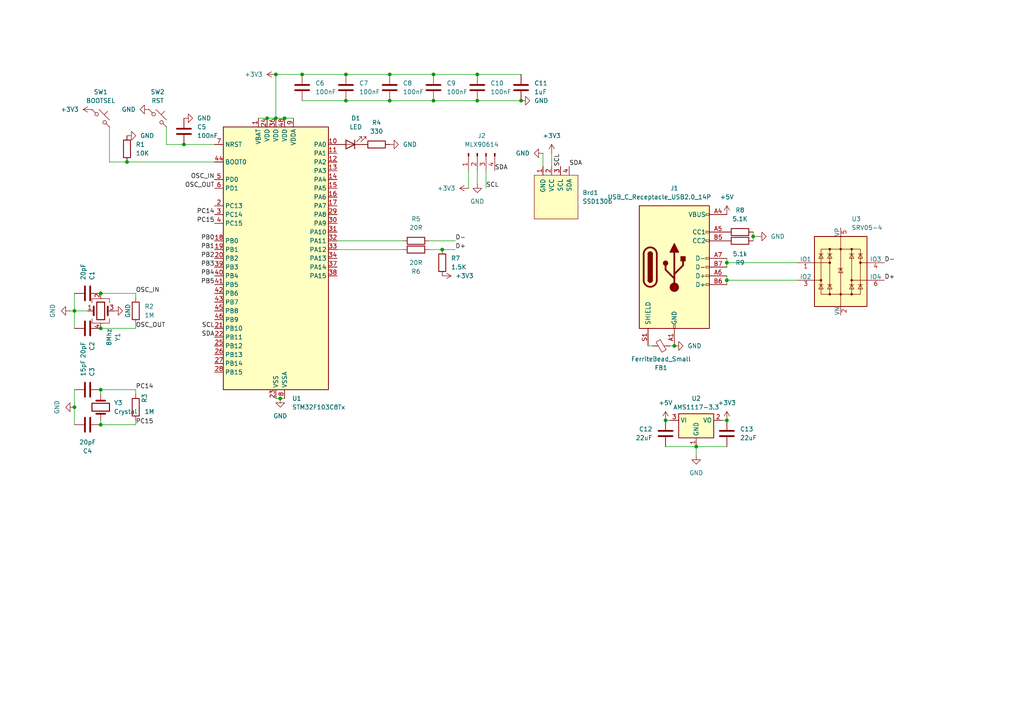
<source format=kicad_sch>
(kicad_sch (version 20250114) (generator "eeschema") (generator_version "9.0")
  (paper "A4")
  (lib_symbols
    (symbol "Connector:Conn_01x04_Pin" (pin_names (offset 1.016) (hide yes))
      (property "Reference" "J" (at 0 5.08 0))
      (property "Value" "Conn_01x04_Pin" (at 0 -7.62 0))
      (symbol "Conn_01x04_Pin_1_1"
        (rectangle (start 0.8636 2.667) (end 0 2.413) (stroke (width 0.1524)) (fill (type outline)))
        (rectangle (start 0.8636 0.127) (end 0 -0.127) (stroke (width 0.1524)) (fill (type outline)))
        (rectangle (start 0.8636 -2.413) (end 0 -2.667) (stroke (width 0.1524)) (fill (type outline)))
        (rectangle (start 0.8636 -4.953) (end 0 -5.207) (stroke (width 0.1524)) (fill (type outline)))
        (polyline (pts (xy 1.27 2.54) (xy 0.8636 2.54)) (stroke (width 0.1524)))
        (polyline (pts (xy 1.27 0) (xy 0.8636 0)) (stroke (width 0.1524)))
        (polyline (pts (xy 1.27 -2.54) (xy 0.8636 -2.54)) (stroke (width 0.1524)))
        (polyline (pts (xy 1.27 -5.08) (xy 0.8636 -5.08)) (stroke (width 0.1524)))
        (pin passive line (at 5.08 2.54 180) (length 3.81) (name "Pin_1") (number "1"))
        (pin passive line (at 5.08 0 180) (length 3.81) (name "Pin_2") (number "2"))
        (pin passive line (at 5.08 -2.54 180) (length 3.81) (name "Pin_3") (number "3"))
        (pin passive line (at 5.08 -5.08 180) (length 3.81) (name "Pin_4") (number "4"))
      )
    )
    (symbol "Connector:USB_C_Receptacle_USB2.0_14P" (pin_names (offset 1.016))
      (property "Reference" "J" (at 0 22.225 0))
      (property "Value" "USB_C_Receptacle_USB2.0_14P" (at 0 19.685 0))
      (symbol "USB_C_Receptacle_USB2.0_14P_0_0"
        (rectangle (start -0.254 -17.78) (end 0.254 -16.764))
        (rectangle (start 10.16 15.494) (end 9.144 14.986))
        (rectangle (start 10.16 10.414) (end 9.144 9.906))
        (rectangle (start 10.16 7.874) (end 9.144 7.366))
        (rectangle (start 10.16 2.794) (end 9.144 2.286))
        (rectangle (start 10.16 0.254) (end 9.144 -0.254))
        (rectangle (start 10.16 -2.286) (end 9.144 -2.794))
        (rectangle (start 10.16 -4.826) (end 9.144 -5.334))
      )
      (symbol "USB_C_Receptacle_USB2.0_14P_0_1"
        (rectangle (start -10.16 17.78) (end 10.16 -17.78) (stroke (width 0.254)) (fill (type background)))
        (polyline (pts (xy -8.89 -3.81) (xy -8.89 3.81)) (stroke (width 0.508)))
        (rectangle (start -7.62 -3.81) (end -6.35 3.81) (stroke (width 0.254)) (fill (type outline)))
        (arc (start -7.62 3.81) (mid -6.985 4.4423) (end -6.35 3.81) (stroke (width 0.254)))
        (arc (start -7.62 3.81) (mid -6.985 4.4423) (end -6.35 3.81) (stroke (width 0.254)) (fill (type outline)))
        (arc (start -8.89 3.81) (mid -6.985 5.7067) (end -5.08 3.81) (stroke (width 0.508)))
        (arc (start -5.08 -3.81) (mid -6.985 -5.7067) (end -8.89 -3.81) (stroke (width 0.508)))
        (arc (start -6.35 -3.81) (mid -6.985 -4.4423) (end -7.62 -3.81) (stroke (width 0.254)))
        (arc (start -6.35 -3.81) (mid -6.985 -4.4423) (end -7.62 -3.81) (stroke (width 0.254)) (fill (type outline)))
        (polyline (pts (xy -5.08 3.81) (xy -5.08 -3.81)) (stroke (width 0.508)))
        (circle (center -2.54 1.143) (radius 0.635) (stroke (width 0.254)) (fill (type outline)))
        (polyline (pts (xy -1.27 4.318) (xy 0 6.858) (xy 1.27 4.318) (xy -1.27 4.318)) (stroke (width 0.254)) (fill (type outline)))
        (polyline (pts (xy 0 -2.032) (xy 2.54 0.508) (xy 2.54 1.778)) (stroke (width 0.508)))
        (polyline (pts (xy 0 -3.302) (xy -2.54 -0.762) (xy -2.54 0.508)) (stroke (width 0.508)))
        (polyline (pts (xy 0 -5.842) (xy 0 4.318)) (stroke (width 0.508)))
        (circle (center 0 -5.842) (radius 1.27) (fill (type outline)))
        (rectangle (start 1.905 1.778) (end 3.175 3.048) (stroke (width 0.254)) (fill (type outline)))
      )
      (symbol "USB_C_Receptacle_USB2.0_14P_1_1"
        (pin passive line (at -7.62 -22.86 90) (length 5.08) (name "SHIELD") (number "S1"))
        (pin passive line (at 0 -22.86 90) (length 5.08) (name "GND") (number "A1"))
        (pin passive line (at 0 -22.86 90) (length 5.08) (hide yes) (name "GND") (number "A12"))
        (pin passive line (at 0 -22.86 90) (length 5.08) (hide yes) (name "GND") (number "B1"))
        (pin passive line (at 0 -22.86 90) (length 5.08) (hide yes) (name "GND") (number "B12"))
        (pin passive line (at 15.24 15.24 180) (length 5.08) (name "VBUS") (number "A4"))
        (pin passive line (at 15.24 15.24 180) (length 5.08) (hide yes) (name "VBUS") (number "A9"))
        (pin passive line (at 15.24 15.24 180) (length 5.08) (hide yes) (name "VBUS") (number "B4"))
        (pin passive line (at 15.24 15.24 180) (length 5.08) (hide yes) (name "VBUS") (number "B9"))
        (pin bidirectional line (at 15.24 10.16 180) (length 5.08) (name "CC1") (number "A5"))
        (pin bidirectional line (at 15.24 7.62 180) (length 5.08) (name "CC2") (number "B5"))
        (pin bidirectional line (at 15.24 2.54 180) (length 5.08) (name "D-") (number "A7"))
        (pin bidirectional line (at 15.24 0 180) (length 5.08) (name "D-") (number "B7"))
        (pin bidirectional line (at 15.24 -2.54 180) (length 5.08) (name "D+") (number "A6"))
        (pin bidirectional line (at 15.24 -5.08 180) (length 5.08) (name "D+") (number "B6"))
      )
    )
    (symbol "Device:C" (pin_numbers (hide yes)) (pin_names (offset 0.254))
      (property "Reference" "C" (at 0.635 2.54 0))
      (property "Value" "C" (at 0.635 -2.54 0))
      (symbol "C_0_1"
        (polyline (pts (xy -2.032 0.762) (xy 2.032 0.762)) (stroke (width 0.508)))
        (polyline (pts (xy -2.032 -0.762) (xy 2.032 -0.762)) (stroke (width 0.508)))
      )
      (symbol "C_1_1"
        (pin passive line (at 0 3.81 270) (length 2.794) (name "~") (number "1"))
        (pin passive line (at 0 -3.81 90) (length 2.794) (name "~") (number "2"))
      )
    )
    (symbol "Device:Crystal" (pin_numbers (hide yes)) (pin_names (offset 1.016) (hide yes))
      (property "Reference" "Y" (at 0 3.81 0))
      (property "Value" "Crystal" (at 0 -3.81 0))
      (symbol "Crystal_0_1"
        (polyline (pts (xy -2.54 0) (xy -1.905 0)))
        (polyline (pts (xy -1.905 -1.27) (xy -1.905 1.27)) (stroke (width 0.508)))
        (rectangle (start -1.143 2.54) (end 1.143 -2.54) (stroke (width 0.3048)))
        (polyline (pts (xy 1.905 -1.27) (xy 1.905 1.27)) (stroke (width 0.508)))
        (polyline (pts (xy 2.54 0) (xy 1.905 0)))
      )
      (symbol "Crystal_1_1"
        (pin passive line (at -3.81 0 0) (length 1.27) (name "1") (number "1"))
        (pin passive line (at 3.81 0 180) (length 1.27) (name "2") (number "2"))
      )
    )
    (symbol "Device:Crystal_GND24" (pin_names (offset 1.016) (hide yes))
      (property "Reference" "Y" (at 3.175 5.08 0))
      (property "Value" "Crystal_GND24" (at 3.175 3.175 0))
      (symbol "Crystal_GND24_0_1"
        (polyline (pts (xy -2.54 2.286) (xy -2.54 3.556) (xy 2.54 3.556) (xy 2.54 2.286)))
        (polyline (pts (xy -2.54 0) (xy -2.032 0)))
        (polyline (pts (xy -2.54 -2.286) (xy -2.54 -3.556) (xy 2.54 -3.556) (xy 2.54 -2.286)))
        (polyline (pts (xy -2.032 -1.27) (xy -2.032 1.27)) (stroke (width 0.508)))
        (rectangle (start -1.143 2.54) (end 1.143 -2.54) (stroke (width 0.3048)))
        (polyline (pts (xy 0 3.556) (xy 0 3.81)))
        (polyline (pts (xy 0 -3.81) (xy 0 -3.556)))
        (polyline (pts (xy 2.032 0) (xy 2.54 0)))
        (polyline (pts (xy 2.032 -1.27) (xy 2.032 1.27)) (stroke (width 0.508)))
      )
      (symbol "Crystal_GND24_1_1"
        (pin passive line (at -3.81 0 0) (length 1.27) (name "1") (number "1"))
        (pin passive line (at 0 5.08 270) (length 1.27) (name "2") (number "2"))
        (pin passive line (at 0 -5.08 90) (length 1.27) (name "4") (number "4"))
        (pin passive line (at 3.81 0 180) (length 1.27) (name "3") (number "3"))
      )
    )
    (symbol "Device:FerriteBead_Small" (pin_numbers (hide yes)) (pin_names (offset 0))
      (property "Reference" "FB" (at 1.905 1.27 0))
      (property "Value" "FerriteBead_Small" (at 1.905 -1.27 0))
      (symbol "FerriteBead_Small_0_1"
        (polyline (pts (xy -1.8288 0.2794) (xy -1.1176 1.4986) (xy 1.8288 -0.2032) (xy 1.1176 -1.4224) (xy -1.8288 0.2794)))
        (polyline (pts (xy 0 0.889) (xy 0 1.2954)))
        (polyline (pts (xy 0 -1.27) (xy 0 -0.7874)))
      )
      (symbol "FerriteBead_Small_1_1"
        (pin passive line (at 0 2.54 270) (length 1.27) (name "~") (number "1"))
        (pin passive line (at 0 -2.54 90) (length 1.27) (name "~") (number "2"))
      )
    )
    (symbol "Device:LED" (pin_numbers (hide yes)) (pin_names (offset 1.016) (hide yes))
      (property "Reference" "D" (at 0 2.54 0))
      (property "Value" "LED" (at 0 -2.54 0))
      (symbol "LED_0_1"
        (polyline (pts (xy -3.048 -0.762) (xy -4.572 -2.286) (xy -3.81 -2.286) (xy -4.572 -2.286) (xy -4.572 -1.524)))
        (polyline (pts (xy -1.778 -0.762) (xy -3.302 -2.286) (xy -2.54 -2.286) (xy -3.302 -2.286) (xy -3.302 -1.524)))
        (polyline (pts (xy -1.27 0) (xy 1.27 0)))
        (polyline (pts (xy -1.27 -1.27) (xy -1.27 1.27)) (stroke (width 0.254)))
        (polyline (pts (xy 1.27 -1.27) (xy 1.27 1.27) (xy -1.27 0) (xy 1.27 -1.27)) (stroke (width 0.254)))
      )
      (symbol "LED_1_1"
        (pin passive line (at -3.81 0 0) (length 2.54) (name "K") (number "1"))
        (pin passive line (at 3.81 0 180) (length 2.54) (name "A") (number "2"))
      )
    )
    (symbol "Device:R" (pin_numbers (hide yes)) (pin_names (offset 0))
      (property "Reference" "R" (at 2.032 0 90))
      (property "Value" "R" (at 0 0 90))
      (symbol "R_0_1"
        (rectangle (start -1.016 -2.54) (end 1.016 2.54) (stroke (width 0.254)))
      )
      (symbol "R_1_1"
        (pin passive line (at 0 3.81 270) (length 1.27) (name "~") (number "1"))
        (pin passive line (at 0 -3.81 90) (length 1.27) (name "~") (number "2"))
      )
    )
    (symbol "MCU_ST_STM32F1:STM32F103C8Tx"
      (property "Reference" "U" (at -15.24 39.37 0))
      (property "Value" "STM32F103C8Tx" (at 7.62 39.37 0))
      (symbol "STM32F103C8Tx_0_1"
        (rectangle (start -15.24 -38.1) (end 15.24 38.1) (stroke (width 0.254)) (fill (type background)))
      )
      (symbol "STM32F103C8Tx_1_1"
        (pin input line (at -17.78 33.02 0) (length 2.54) (name "NRST") (number "7"))
        (pin input line (at -17.78 27.94 0) (length 2.54) (name "BOOT0") (number "44"))
        (pin bidirectional line (at -17.78 22.86 0) (length 2.54) (name "PD0") (number "5"))
        (pin bidirectional line (at -17.78 20.32 0) (length 2.54) (name "PD1") (number "6"))
        (pin bidirectional line (at -17.78 15.24 0) (length 2.54) (name "PC13") (number "2"))
        (pin bidirectional line (at -17.78 12.7 0) (length 2.54) (name "PC14") (number "3"))
        (pin bidirectional line (at -17.78 10.16 0) (length 2.54) (name "PC15") (number "4"))
        (pin bidirectional line (at -17.78 5.08 0) (length 2.54) (name "PB0") (number "18"))
        (pin bidirectional line (at -17.78 2.54 0) (length 2.54) (name "PB1") (number "19"))
        (pin bidirectional line (at -17.78 0 0) (length 2.54) (name "PB2") (number "20"))
        (pin bidirectional line (at -17.78 -2.54 0) (length 2.54) (name "PB3") (number "39"))
        (pin bidirectional line (at -17.78 -5.08 0) (length 2.54) (name "PB4") (number "40"))
        (pin bidirectional line (at -17.78 -7.62 0) (length 2.54) (name "PB5") (number "41"))
        (pin bidirectional line (at -17.78 -10.16 0) (length 2.54) (name "PB6") (number "42"))
        (pin bidirectional line (at -17.78 -12.7 0) (length 2.54) (name "PB7") (number "43"))
        (pin bidirectional line (at -17.78 -15.24 0) (length 2.54) (name "PB8") (number "45"))
        (pin bidirectional line (at -17.78 -17.78 0) (length 2.54) (name "PB9") (number "46"))
        (pin bidirectional line (at -17.78 -20.32 0) (length 2.54) (name "PB10") (number "21"))
        (pin bidirectional line (at -17.78 -22.86 0) (length 2.54) (name "PB11") (number "22"))
        (pin bidirectional line (at -17.78 -25.4 0) (length 2.54) (name "PB12") (number "25"))
        (pin bidirectional line (at -17.78 -27.94 0) (length 2.54) (name "PB13") (number "26"))
        (pin bidirectional line (at -17.78 -30.48 0) (length 2.54) (name "PB14") (number "27"))
        (pin bidirectional line (at -17.78 -33.02 0) (length 2.54) (name "PB15") (number "28"))
        (pin power_in line (at -5.08 40.64 270) (length 2.54) (name "VBAT") (number "1"))
        (pin power_in line (at -2.54 40.64 270) (length 2.54) (name "VDD") (number "24"))
        (pin power_in line (at 0 40.64 270) (length 2.54) (name "VDD") (number "36"))
        (pin power_in line (at 0 -40.64 90) (length 2.54) (name "VSS") (number "23"))
        (pin passive line (at 0 -40.64 90) (length 2.54) (hide yes) (name "VSS") (number "35"))
        (pin passive line (at 0 -40.64 90) (length 2.54) (hide yes) (name "VSS") (number "47"))
        (pin power_in line (at 2.54 40.64 270) (length 2.54) (name "VDD") (number "48"))
        (pin power_in line (at 2.54 -40.64 90) (length 2.54) (name "VSSA") (number "8"))
        (pin power_in line (at 5.08 40.64 270) (length 2.54) (name "VDDA") (number "9"))
        (pin bidirectional line (at 17.78 33.02 180) (length 2.54) (name "PA0") (number "10"))
        (pin bidirectional line (at 17.78 30.48 180) (length 2.54) (name "PA1") (number "11"))
        (pin bidirectional line (at 17.78 27.94 180) (length 2.54) (name "PA2") (number "12"))
        (pin bidirectional line (at 17.78 25.4 180) (length 2.54) (name "PA3") (number "13"))
        (pin bidirectional line (at 17.78 22.86 180) (length 2.54) (name "PA4") (number "14"))
        (pin bidirectional line (at 17.78 20.32 180) (length 2.54) (name "PA5") (number "15"))
        (pin bidirectional line (at 17.78 17.78 180) (length 2.54) (name "PA6") (number "16"))
        (pin bidirectional line (at 17.78 15.24 180) (length 2.54) (name "PA7") (number "17"))
        (pin bidirectional line (at 17.78 12.7 180) (length 2.54) (name "PA8") (number "29"))
        (pin bidirectional line (at 17.78 10.16 180) (length 2.54) (name "PA9") (number "30"))
        (pin bidirectional line (at 17.78 7.62 180) (length 2.54) (name "PA10") (number "31"))
        (pin bidirectional line (at 17.78 5.08 180) (length 2.54) (name "PA11") (number "32"))
        (pin bidirectional line (at 17.78 2.54 180) (length 2.54) (name "PA12") (number "33"))
        (pin bidirectional line (at 17.78 0 180) (length 2.54) (name "PA13") (number "34"))
        (pin bidirectional line (at 17.78 -2.54 180) (length 2.54) (name "PA14") (number "37"))
        (pin bidirectional line (at 17.78 -5.08 180) (length 2.54) (name "PA15") (number "38"))
      )
    )
    (symbol "Power_Protection:SRV05-4" (pin_names (offset 0))
      (property "Reference" "U" (at -5.08 11.43 0))
      (property "Value" "SRV05-4" (at 2.54 11.43 0))
      (symbol "SRV05-4_0_0"
        (rectangle (start -5.715 6.477) (end 5.715 -6.604))
        (polyline (pts (xy -3.175 -6.604) (xy -3.175 6.477)))
        (polyline (pts (xy 3.175 6.477) (xy 3.175 -6.604)))
      )
      (symbol "SRV05-4_0_1"
        (polyline (pts (xy -7.747 2.54) (xy -3.175 2.54)))
        (rectangle (start -7.62 10.16) (end 7.62 -10.16) (stroke (width 0.254)) (fill (type background)))
        (polyline (pts (xy -7.62 -2.54) (xy -5.715 -2.54)))
        (circle (center -5.715 -2.54) (radius 0.2794) (fill (type outline)))
        (polyline (pts (xy -5.08 5.08) (xy -6.35 5.08)))
        (polyline (pts (xy -5.08 3.81) (xy -6.35 3.81) (xy -5.715 5.08) (xy -5.08 3.81)))
        (polyline (pts (xy -5.08 -3.81) (xy -6.35 -3.81)))
        (polyline (pts (xy -5.08 -5.08) (xy -6.35 -5.08) (xy -5.715 -3.81) (xy -5.08 -5.08)))
        (circle (center -3.175 6.477) (radius 0.2794) (fill (type outline)))
        (circle (center -3.175 2.54) (radius 0.2794) (fill (type outline)))
        (circle (center -3.175 -6.604) (radius 0.2794) (fill (type outline)))
        (polyline (pts (xy -2.54 5.08) (xy -3.81 5.08)))
        (polyline (pts (xy -2.54 3.81) (xy -3.81 3.81) (xy -3.175 5.08) (xy -2.54 3.81)))
        (polyline (pts (xy -2.54 -3.81) (xy -3.81 -3.81)))
        (polyline (pts (xy -2.54 -5.08) (xy -3.81 -5.08) (xy -3.175 -3.81) (xy -2.54 -5.08)))
        (polyline (pts (xy 0 10.16) (xy 0 -10.16)))
        (circle (center 0 6.477) (radius 0.2794) (fill (type outline)))
        (circle (center 0 -6.604) (radius 0.2794) (fill (type outline)))
        (polyline (pts (xy 0.635 0.889) (xy -0.635 0.889) (xy -0.635 0.635)))
        (polyline (pts (xy 0.635 -0.381) (xy -0.635 -0.381) (xy 0 0.889) (xy 0.635 -0.381)))
        (circle (center 3.175 6.477) (radius 0.2794) (fill (type outline)))
        (circle (center 3.175 -2.54) (radius 0.2794) (fill (type outline)))
        (circle (center 3.175 -6.604) (radius 0.2794) (fill (type outline)))
        (polyline (pts (xy 3.81 5.08) (xy 2.54 5.08)))
        (polyline (pts (xy 3.81 3.81) (xy 2.54 3.81) (xy 3.175 5.08) (xy 3.81 3.81)))
        (polyline (pts (xy 3.81 -3.81) (xy 2.54 -3.81)))
        (polyline (pts (xy 3.81 -5.08) (xy 2.54 -5.08) (xy 3.175 -3.81) (xy 3.81 -5.08)))
        (circle (center 5.715 2.54) (radius 0.2794) (fill (type outline)))
        (polyline (pts (xy 6.35 5.08) (xy 5.08 5.08)))
        (polyline (pts (xy 6.35 3.81) (xy 5.08 3.81) (xy 5.715 5.08) (xy 6.35 3.81)))
        (polyline (pts (xy 6.35 -3.81) (xy 5.08 -3.81)))
        (polyline (pts (xy 6.35 -5.08) (xy 5.08 -5.08) (xy 5.715 -3.81) (xy 6.35 -5.08)))
        (polyline (pts (xy 7.62 2.54) (xy 5.715 2.54)))
        (polyline (pts (xy 7.62 -2.54) (xy 3.175 -2.54)))
      )
      (symbol "SRV05-4_1_1"
        (pin passive line (at -12.7 2.54 0) (length 5.08) (name "IO1") (number "1"))
        (pin passive line (at -12.7 -2.54 0) (length 5.08) (name "IO2") (number "3"))
        (pin passive line (at 0 12.7 270) (length 2.54) (name "VP") (number "5"))
        (pin passive line (at 0 -12.7 90) (length 2.54) (name "VN") (number "2"))
        (pin passive line (at 12.7 2.54 180) (length 5.08) (name "IO3") (number "4"))
        (pin passive line (at 12.7 -2.54 180) (length 5.08) (name "IO4") (number "6"))
      )
    )
    (symbol "Regulator_Linear:AMS1117-3.3"
      (property "Reference" "U" (at -3.81 3.175 0))
      (property "Value" "AMS1117-3.3" (at 0 3.175 0))
      (symbol "AMS1117-3.3_0_1"
        (rectangle (start -5.08 -5.08) (end 5.08 1.905) (stroke (width 0.254)) (fill (type background)))
      )
      (symbol "AMS1117-3.3_1_1"
        (pin power_in line (at -7.62 0 0) (length 2.54) (name "VI") (number "3"))
        (pin power_in line (at 0 -7.62 90) (length 2.54) (name "GND") (number "1"))
        (pin power_out line (at 7.62 0 180) (length 2.54) (name "VO") (number "2"))
      )
    )
    (symbol "SSD1306-128x64_OLED:SSD1306" (pin_names (offset 1.016))
      (property "Reference" "Brd" (at 0 -3.81 0))
      (property "Value" "SSD1306" (at 0 -1.27 0))
      (symbol "SSD1306_0_1"
        (rectangle (start -6.35 6.35) (end 6.35 -6.35) (fill (type background)))
      )
      (symbol "SSD1306_1_1"
        (pin input line (at -3.81 8.89 270) (length 2.54) (name "GND") (number "1"))
        (pin input line (at -1.27 8.89 270) (length 2.54) (name "VCC") (number "2"))
        (pin input line (at 1.27 8.89 270) (length 2.54) (name "SCL") (number "3"))
        (pin input line (at 3.81 8.89 270) (length 2.54) (name "SDA") (number "4"))
      )
    )
    (symbol "Switch:SW_Push_45deg" (pin_numbers (hide yes)) (pin_names (offset 1.016) (hide yes))
      (property "Reference" "SW" (at 3.048 1.016 0))
      (property "Value" "SW_Push_45deg" (at 0 -3.81 0))
      (symbol "SW_Push_45deg_0_1"
        (polyline (pts (xy -2.54 2.54) (xy -1.524 1.524) (xy -1.524 1.524)))
        (circle (center -1.1684 1.1684) (radius 0.508))
        (polyline (pts (xy -0.508 2.54) (xy 2.54 -0.508)))
        (polyline (pts (xy 1.016 1.016) (xy 2.032 2.032)))
        (circle (center 1.143 -1.1938) (radius 0.508))
        (polyline (pts (xy 1.524 -1.524) (xy 2.54 -2.54) (xy 2.54 -2.54) (xy 2.54 -2.54)))
        (pin passive line (at -2.54 2.54 0) (length 0) (name "1") (number "1"))
        (pin passive line (at 2.54 -2.54 180) (length 0) (name "2") (number "2"))
      )
    )
    (symbol "power:+3V3" (power) (pin_numbers (hide yes)) (pin_names (offset 0) (hide yes))
      (property "Value" "+3V3" (at 0 3.556 0))
      (symbol "+3V3_0_1"
        (polyline (pts (xy -0.762 1.27) (xy 0 2.54)))
        (polyline (pts (xy 0 2.54) (xy 0.762 1.27)))
        (polyline (pts (xy 0 0) (xy 0 2.54)))
      )
      (symbol "+3V3_1_1"
        (pin power_in line (at 0 0 90) (length 0) (name "~") (number "1"))
      )
    )
    (symbol "power:+5V" (power) (pin_numbers (hide yes)) (pin_names (offset 0) (hide yes))
      (property "Value" "+5V" (at 0 3.556 0))
      (symbol "+5V_0_1"
        (polyline (pts (xy -0.762 1.27) (xy 0 2.54)))
        (polyline (pts (xy 0 2.54) (xy 0.762 1.27)))
        (polyline (pts (xy 0 0) (xy 0 2.54)))
      )
      (symbol "+5V_1_1"
        (pin power_in line (at 0 0 90) (length 0) (name "~") (number "1"))
      )
    )
    (symbol "power:GND" (power) (pin_numbers (hide yes)) (pin_names (offset 0) (hide yes))
      (property "Value" "GND" (at 0 -3.81 0))
      (symbol "GND_0_1"
        (polyline (pts (xy 0 0) (xy 0 -1.27) (xy 1.27 -1.27) (xy 0 -2.54) (xy -1.27 -1.27) (xy 0 -1.27)))
      )
      (symbol "GND_1_1"
        (pin power_in line (at 0 0 270) (length 0) (name "~") (number "1"))
      )
    )
  )
  (junction (at 210.82 81.28))
  (junction (at 151.13 29.21))
  (junction (at 29.21 123.19))
  (junction (at 29.21 113.03))
  (junction (at 210.82 121.92))
  (junction (at 210.82 76.2))
  (junction (at 21.59 118.11))
  (junction (at 138.43 29.21))
  (junction (at 81.28 115.57))
  (junction (at 113.03 29.21))
  (junction (at 113.03 21.59))
  (junction (at 87.63 21.59))
  (junction (at 29.21 85.09))
  (junction (at 29.21 95.25))
  (junction (at 100.33 21.59))
  (junction (at 195.58 100.33))
  (junction (at 53.34 41.91))
  (junction (at 36.83 46.99))
  (junction (at 218.44 68.58))
  (junction (at 193.04 121.92))
  (junction (at 138.43 21.59))
  (junction (at 80.01 21.59))
  (junction (at 128.27 72.39))
  (junction (at 201.93 129.54))
  (junction (at 77.47 34.29))
  (junction (at 82.55 34.29))
  (junction (at 125.73 29.21))
  (junction (at 100.33 29.21))
  (junction (at 21.59 90.17))
  (junction (at 125.73 21.59))
  (junction (at 80.01 34.29))
  (wire (pts (xy 39.37 85.09) (xy 39.37 86.36)))
  (wire (pts (xy 80.01 34.29) (xy 82.55 34.29)))
  (wire (pts (xy 53.34 41.91) (xy 62.23 41.91)))
  (wire (pts (xy 140.97 54.61) (xy 140.97 49.53)))
  (wire (pts (xy 218.44 67.31) (xy 218.44 68.58)))
  (wire (pts (xy 80.01 21.59) (xy 80.01 34.29)))
  (wire (pts (xy 193.04 121.92) (xy 194.31 121.92)))
  (wire (pts (xy 187.96 100.33) (xy 189.23 100.33)))
  (wire (pts (xy 97.79 72.39) (xy 116.84 72.39)))
  (wire (pts (xy 128.27 72.39) (xy 132.08 72.39)))
  (wire (pts (xy 39.37 95.25) (xy 29.21 95.25)))
  (wire (pts (xy 138.43 29.21) (xy 151.13 29.21)))
  (wire (pts (xy 21.59 113.03) (xy 21.59 118.11)))
  (wire (pts (xy 81.28 115.57) (xy 82.55 115.57)))
  (wire (pts (xy 160.02 44.45) (xy 160.02 48.26)))
  (wire (pts (xy 113.03 21.59) (xy 125.73 21.59)))
  (wire (pts (xy 125.73 21.59) (xy 138.43 21.59)))
  (wire (pts (xy 48.26 41.91) (xy 53.34 41.91)))
  (wire (pts (xy 31.75 46.99) (xy 36.83 46.99)))
  (wire (pts (xy 21.59 118.11) (xy 21.59 123.19)))
  (wire (pts (xy 25.4 90.17) (xy 21.59 90.17)))
  (wire (pts (xy 39.37 95.25) (xy 39.37 93.98)))
  (wire (pts (xy 124.46 72.39) (xy 128.27 72.39)))
  (wire (pts (xy 21.59 85.09) (xy 21.59 90.17)))
  (wire (pts (xy 29.21 121.92) (xy 29.21 123.19)))
  (wire (pts (xy 21.59 90.17) (xy 21.59 95.25)))
  (wire (pts (xy 21.59 90.17) (xy 20.32 90.17)))
  (wire (pts (xy 29.21 113.03) (xy 29.21 114.3)))
  (wire (pts (xy 97.79 69.85) (xy 116.84 69.85)))
  (wire (pts (xy 39.37 123.19) (xy 29.21 123.19)))
  (wire (pts (xy 39.37 85.09) (xy 29.21 85.09)))
  (wire (pts (xy 231.14 76.2) (xy 210.82 76.2)))
  (wire (pts (xy 36.83 46.99) (xy 62.23 46.99)))
  (wire (pts (xy 87.63 21.59) (xy 100.33 21.59)))
  (wire (pts (xy 138.43 53.34) (xy 138.43 49.53)))
  (wire (pts (xy 82.55 34.29) (xy 85.09 34.29)))
  (wire (pts (xy 125.73 29.21) (xy 138.43 29.21)))
  (wire (pts (xy 210.82 74.93) (xy 210.82 76.2)))
  (wire (pts (xy 210.82 76.2) (xy 210.82 77.47)))
  (wire (pts (xy 231.14 81.28) (xy 210.82 81.28)))
  (wire (pts (xy 124.46 69.85) (xy 132.08 69.85)))
  (wire (pts (xy 87.63 21.59) (xy 80.01 21.59)))
  (wire (pts (xy 80.01 115.57) (xy 81.28 115.57)))
  (wire (pts (xy 194.31 100.33) (xy 195.58 100.33)))
  (wire (pts (xy 218.44 68.58) (xy 219.71 68.58)))
  (wire (pts (xy 210.82 121.92) (xy 209.55 121.92)))
  (wire (pts (xy 113.03 29.21) (xy 125.73 29.21)))
  (wire (pts (xy 157.48 44.45) (xy 157.48 48.26)))
  (wire (pts (xy 39.37 113.03) (xy 39.37 114.3)))
  (wire (pts (xy 100.33 21.59) (xy 113.03 21.59)))
  (wire (pts (xy 31.75 36.83) (xy 31.75 46.99)))
  (wire (pts (xy 201.93 129.54) (xy 210.82 129.54)))
  (wire (pts (xy 87.63 29.21) (xy 100.33 29.21)))
  (wire (pts (xy 100.33 29.21) (xy 113.03 29.21)))
  (wire (pts (xy 193.04 129.54) (xy 201.93 129.54)))
  (wire (pts (xy 138.43 21.59) (xy 151.13 21.59)))
  (wire (pts (xy 74.93 34.29) (xy 77.47 34.29)))
  (wire (pts (xy 77.47 34.29) (xy 80.01 34.29)))
  (wire (pts (xy 210.82 81.28) (xy 210.82 82.55)))
  (wire (pts (xy 39.37 123.19) (xy 39.37 121.92)))
  (wire (pts (xy 210.82 81.28) (xy 210.82 80.01)))
  (wire (pts (xy 135.89 54.61) (xy 135.89 49.53)))
  (wire (pts (xy 201.93 132.08) (xy 201.93 129.54)))
  (wire (pts (xy 218.44 68.58) (xy 218.44 69.85)))
  (wire (pts (xy 48.26 36.83) (xy 48.26 41.91)))
  (wire (pts (xy 39.37 113.03) (xy 29.21 113.03)))
  (label "OSC_IN" (at 62.23 52.07 180))
  (label "SCL" (at 62.23 95.25 180))
  (label "D-" (at 256.54 76.2 0))
  (label "OSC_OUT" (at 62.23 54.61 180))
  (label "SDA" (at 62.23 97.79 180))
  (label "PB2" (at 62.23 74.93 180))
  (label "PB5" (at 62.23 82.55 180))
  (label "PB1" (at 62.23 72.39 180))
  (label "PC15" (at 39.37 123.19 0))
  (label "PB4" (at 62.23 80.01 180))
  (label "SCL" (at 140.97 54.61 0))
  (label "D+" (at 256.54 81.28 0))
  (label "SCL" (at 162.56 48.26 90))
  (label "PB0" (at 62.23 69.85 180))
  (label "D+" (at 132.08 72.39 0))
  (label "PC14" (at 62.23 62.23 180))
  (label "PC15" (at 62.23 64.77 180))
  (label "OSC_OUT" (at 39.37 95.25 0))
  (label "SDA" (at 165.1 48.26 0))
  (label "D-" (at 132.08 69.85 0))
  (label "PB3" (at 62.23 77.47 180))
  (label "SDA" (at 143.51 49.53 0))
  (label "OSC_IN" (at 39.37 85.09 0))
  (label "PC14" (at 39.37 113.03 0))
  (symbol (lib_id "power:GND") (at 201.93 132.08 0) (unit 1)
    (property "Reference" "#PWR016" (effects (hide yes)))
    (property "Value" "GND" (at 201.93 137.16 0))
    (property "Description" "Power symbol creates a global label with name \"GND\" , ground" (effects (hide yes)))
  )
  (symbol (lib_id "Switch:SW_Push_45deg") (at 45.72 34.29 0) (unit 1)
    (property "Reference" "SW2" (at 45.72 26.67 0))
    (property "Value" "RST" (at 45.72 29.21 0))
    (property "Footprint" "TS-1088-AR02016:SW_TS-1088-AR02016" (effects (hide yes)))
    (property "Description" "Push button switch, normally open, two pins, 45° tilted" (effects (hide yes)))
  )
  (symbol (lib_id "Device:C") (at 25.4 113.03 270) (mirror x) (unit 1)
    (property "Reference" "C3" (at 26.6701 109.22 0) (effects (justify left)))
    (property "Value" "15pF" (at 24.1301 109.22 0) (effects (justify left)))
    (property "Footprint" "Capacitor_SMD:C_0201_0603Metric" (effects (hide yes)))
    (property "Description" "Unpolarized capacitor" (effects (hide yes)))
  )
  (symbol (lib_id "Device:R") (at 36.83 43.18 0) (unit 1)
    (property "Reference" "R1" (at 39.37 41.9099 0) (effects (justify left)))
    (property "Value" "10K" (at 39.37 44.4499 0) (effects (justify left)))
    (property "Footprint" "Resistor_SMD:R_0402_1005Metric" (effects (hide yes)))
    (property "Description" "Resistor" (effects (hide yes)))
  )
  (symbol (lib_id "Device:C") (at 210.82 125.73 0) (unit 1)
    (property "Reference" "C13" (at 214.63 124.4599 0) (effects (justify left)))
    (property "Value" "22uF" (at 214.63 126.9999 0) (effects (justify left)))
    (property "Footprint" "Capacitor_SMD:C_0201_0603Metric" (effects (hide yes)))
    (property "Description" "Unpolarized capacitor" (effects (hide yes)))
  )
  (symbol (lib_id "power:GND") (at 138.43 53.34 0) (unit 1)
    (property "Reference" "#PWR020" (effects (hide yes)))
    (property "Value" "GND" (at 138.43 58.42 0))
    (property "Description" "Power symbol creates a global label with name \"GND\" , ground" (effects (hide yes)))
  )
  (symbol (lib_id "power:GND") (at 20.32 90.17 270) (unit 1)
    (property "Reference" "#PWR01" (effects (hide yes)))
    (property "Value" "GND" (at 15.24 90.17 0))
    (property "Description" "Power symbol creates a global label with name \"GND\" , ground" (effects (hide yes)))
  )
  (symbol (lib_id "power:+3V3") (at 80.01 21.59 90) (unit 1)
    (property "Reference" "#PWR09" (effects (hide yes)))
    (property "Value" "+3V3" (at 76.2 21.5899 90) (effects (justify left)))
    (property "Description" "Power symbol creates a global label with name \"+3V3\"" (effects (hide yes)))
  )
  (symbol (lib_id "Device:C") (at 25.4 85.09 270) (mirror x) (unit 1)
    (property "Reference" "C1" (at 26.6701 81.28 0) (effects (justify left)))
    (property "Value" "20pF" (at 24.1301 81.28 0) (effects (justify left)))
    (property "Footprint" "Capacitor_SMD:C_0201_0603Metric" (effects (hide yes)))
    (property "Description" "Unpolarized capacitor" (effects (hide yes)))
  )
  (symbol (lib_id "Device:C") (at 25.4 95.25 270) (unit 1)
    (property "Reference" "C2" (at 26.6701 99.06 0) (effects (justify left)))
    (property "Value" "20pF" (at 24.1301 99.06 0) (effects (justify left)))
    (property "Footprint" "Capacitor_SMD:C_0201_0603Metric" (effects (hide yes)))
    (property "Description" "Unpolarized capacitor" (effects (hide yes)))
  )
  (symbol (lib_id "power:+5V") (at 193.04 121.92 0) (unit 1)
    (property "Reference" "#PWR014" (effects (hide yes)))
    (property "Value" "+5V" (at 193.04 116.84 0))
    (property "Description" "Power symbol creates a global label with name \"+5V\"" (effects (hide yes)))
  )
  (symbol (lib_id "Device:R") (at 128.27 76.2 0) (unit 1)
    (property "Reference" "R7" (at 130.81 74.9299 0) (effects (justify left)))
    (property "Value" "1.5K" (at 130.81 77.4699 0) (effects (justify left)))
    (property "Footprint" "Resistor_SMD:R_0402_1005Metric" (effects (hide yes)))
    (property "Description" "Resistor" (effects (hide yes)))
  )
  (symbol (lib_id "power:GND") (at 53.34 34.29 90) (unit 1)
    (property "Reference" "#PWR08" (effects (hide yes)))
    (property "Value" "GND" (at 57.15 34.2899 90) (effects (justify right)))
    (property "Description" "Power symbol creates a global label with name \"GND\" , ground" (effects (hide yes)))
  )
  (symbol (lib_id "power:GND") (at 219.71 68.58 90) (unit 1)
    (property "Reference" "#PWR019" (effects (hide yes)))
    (property "Value" "GND" (at 223.52 68.5799 90) (effects (justify right)))
    (property "Description" "Power symbol creates a global label with name \"GND\" , ground" (effects (hide yes)))
  )
  (symbol (lib_id "power:+3V3") (at 160.02 44.45 0) (unit 1)
    (property "Reference" "#PWR021" (effects (hide yes)))
    (property "Value" "+3V3" (at 160.02 39.37 0))
    (property "Description" "Power symbol creates a global label with name \"+3V3\"" (effects (hide yes)))
  )
  (symbol (lib_id "Device:R") (at 214.63 67.31 270) (unit 1)
    (property "Reference" "R8" (at 214.63 60.96 90))
    (property "Value" "5.1K" (at 214.63 63.5 90))
    (property "Footprint" "Resistor_SMD:R_0402_1005Metric" (effects (hide yes)))
    (property "Description" "Resistor" (effects (hide yes)))
  )
  (symbol (lib_id "Device:C") (at 193.04 125.73 0) (mirror y) (unit 1)
    (property "Reference" "C12" (at 189.23 124.4599 0) (effects (justify left)))
    (property "Value" "22uF" (at 189.23 126.9999 0) (effects (justify left)))
    (property "Footprint" "Capacitor_SMD:C_0201_0603Metric" (effects (hide yes)))
    (property "Description" "Unpolarized capacitor" (effects (hide yes)))
  )
  (symbol (lib_id "power:+3V3") (at 135.89 54.61 90) (unit 1)
    (property "Reference" "#PWR05" (effects (hide yes)))
    (property "Value" "+3V3" (at 132.08 54.6099 90) (effects (justify left)))
    (property "Description" "Power symbol creates a global label with name \"+3V3\"" (effects (hide yes)))
  )
  (symbol (lib_id "power:GND") (at 21.59 118.11 270) (unit 1)
    (property "Reference" "#PWR02" (effects (hide yes)))
    (property "Value" "GND" (at 16.51 118.11 0))
    (property "Description" "Power symbol creates a global label with name \"GND\" , ground" (effects (hide yes)))
  )
  (symbol (lib_id "power:GND") (at 81.28 115.57 0) (unit 1)
    (property "Reference" "#PWR010" (effects (hide yes)))
    (property "Value" "GND" (at 81.28 120.65 0))
    (property "Description" "Power symbol creates a global label with name \"GND\" , ground" (effects (hide yes)))
  )
  (symbol (lib_id "Device:C") (at 25.4 123.19 90) (unit 1)
    (property "Reference" "C4" (at 25.4 130.81 90))
    (property "Value" "20pF" (at 25.4 128.27 90))
    (property "Footprint" "Capacitor_SMD:C_0201_0603Metric" (effects (hide yes)))
    (property "Description" "Unpolarized capacitor" (effects (hide yes)))
  )
  (symbol (lib_id "MCU_ST_STM32F1:STM32F103C8Tx") (at 80.01 74.93 0) (unit 1)
    (property "Reference" "U1" (at 84.6933 115.57 0) (effects (justify left)))
    (property "Value" "STM32F103C8Tx" (at 84.6933 118.11 0) (effects (justify left)))
    (property "Footprint" "Package_QFP:LQFP-48_7x7mm_P0.5mm" (effects (hide yes)))
    (property "Datasheet" "https://www.st.com/resource/en/datasheet/stm32f103c8.pdf" (effects (hide yes)))
    (property "Description" "STMicroelectronics Arm Cortex-M3 MCU, 64KB flash, 20KB RAM, 72 MHz, 2.0-3.6V, 37 GPIO, LQFP48" (effects (hide yes)))
  )
  (symbol (lib_id "Device:C") (at 138.43 25.4 0) (unit 1)
    (property "Reference" "C10" (at 142.24 24.1299 0) (effects (justify left)))
    (property "Value" "100nF" (at 142.24 26.6699 0) (effects (justify left)))
    (property "Footprint" "Capacitor_SMD:C_0201_0603Metric" (effects (hide yes)))
    (property "Description" "Unpolarized capacitor" (effects (hide yes)))
  )
  (symbol (lib_id "Connector:USB_C_Receptacle_USB2.0_14P") (at 195.58 77.47 0) (unit 1)
    (property "Reference" "J1" (at 195.58 54.61 0))
    (property "Value" "USB_C_Receptacle_USB2.0_14P" (at 191.262 57.15 0))
    (property "Footprint" "Connector_USB:USB_C_Receptacle_GCT_USB4105-xx-A_16P_TopMnt_Horizontal" (effects (hide yes)))
    (property "Datasheet" "https://www.usb.org/sites/default/files/documents/usb_type-c.zip" (effects (hide yes)))
    (property "Description" "USB 2.0-only 14P Type-C Receptacle connector" (effects (hide yes)))
  )
  (symbol (lib_id "Device:C") (at 100.33 25.4 0) (unit 1)
    (property "Reference" "C7" (at 104.14 24.1299 0) (effects (justify left)))
    (property "Value" "100nF" (at 104.14 26.6699 0) (effects (justify left)))
    (property "Footprint" "Capacitor_SMD:C_0201_0603Metric" (effects (hide yes)))
    (property "Description" "Unpolarized capacitor" (effects (hide yes)))
  )
  (symbol (lib_id "power:GND") (at 195.58 100.33 90) (unit 1)
    (property "Reference" "#PWR015" (effects (hide yes)))
    (property "Value" "GND" (at 199.39 100.3299 90) (effects (justify right)))
    (property "Description" "Power symbol creates a global label with name \"GND\" , ground" (effects (hide yes)))
  )
  (symbol (lib_id "power:GND") (at 157.48 44.45 270) (unit 1)
    (property "Reference" "#PWR022" (effects (hide yes)))
    (property "Value" "GND" (at 153.67 44.4499 90) (effects (justify right)))
    (property "Description" "Power symbol creates a global label with name \"GND\" , ground" (effects (hide yes)))
  )
  (symbol (lib_id "Connector:Conn_01x04_Pin") (at 138.43 44.45 90) (mirror x) (unit 1)
    (property "Reference" "J2" (at 139.7 39.37 90))
    (property "Value" "MLX90614" (at 139.7 41.91 90))
    (property "Footprint" "Connector_PinHeader_2.54mm:PinHeader_1x04_P2.54mm_Vertical" (effects (hide yes)))
    (property "Description" "Generic connector, single row, 01x04, script generated" (effects (hide yes)))
  )
  (symbol (lib_id "power:GND") (at 113.03 41.91 90) (unit 1)
    (property "Reference" "#PWR011" (effects (hide yes)))
    (property "Value" "GND" (at 116.84 41.9099 90) (effects (justify right)))
    (property "Description" "Power symbol creates a global label with name \"GND\" , ground" (effects (hide yes)))
  )
  (symbol (lib_id "SSD1306-128x64_OLED:SSD1306") (at 161.29 57.15 0) (unit 1)
    (property "Reference" "Brd1" (at 168.91 55.8799 0) (effects (justify left)))
    (property "Value" "SSD1306" (at 168.91 58.4199 0) (effects (justify left)))
    (property "Footprint" "SSD1306:128x64OLED" (effects (hide yes)))
    (property "Description" "SSD1306 OLED" (effects (hide yes)))
  )
  (symbol (lib_id "Power_Protection:SRV05-4") (at 243.84 78.74 0) (unit 1)
    (property "Reference" "U3" (at 246.9581 63.5 0) (effects (justify left)))
    (property "Value" "SRV05-4" (at 246.9581 66.04 0) (effects (justify left)))
    (property "Footprint" "Package_TO_SOT_SMD:SOT-23-6_Handsoldering" (effects (hide yes)))
    (property "Datasheet" "http://www.onsemi.com/pub/Collateral/SRV05-4-D.PDF" (effects (hide yes)))
    (property "Description" "ESD Protection Diodes with Low Clamping Voltage, SOT-23-6" (effects (hide yes)))
  )
  (symbol (lib_id "Device:R") (at 120.65 69.85 90) (unit 1)
    (property "Reference" "R5" (at 120.65 63.5 90))
    (property "Value" "20R" (at 120.65 66.04 90))
    (property "Footprint" "Resistor_SMD:R_0402_1005Metric" (effects (hide yes)))
    (property "Description" "Resistor" (effects (hide yes)))
  )
  (symbol (lib_id "Device:FerriteBead_Small") (at 191.77 100.33 90) (mirror x) (unit 1)
    (property "Reference" "FB1" (at 191.7319 106.68 90))
    (property "Value" "FerriteBead_Small" (at 191.7319 104.14 90))
    (property "Footprint" "Inductor_SMD:L_0603_1608Metric_Pad1.05x0.95mm_HandSolder" (effects (hide yes)))
    (property "Description" "Ferrite bead, small symbol" (effects (hide yes)))
  )
  (symbol (lib_id "Device:R") (at 39.37 90.17 0) (unit 1)
    (property "Reference" "R2" (at 41.91 88.8999 0) (effects (justify left)))
    (property "Value" "1M" (at 41.91 91.4399 0) (effects (justify left)))
    (property "Footprint" "Resistor_SMD:R_0402_1005Metric" (effects (hide yes)))
    (property "Description" "Resistor" (effects (hide yes)))
  )
  (symbol (lib_id "power:GND") (at 33.02 90.17 90) (unit 1)
    (property "Reference" "#PWR04" (effects (hide yes)))
    (property "Value" "GND" (at 37.084 90.17 0))
    (property "Description" "Power symbol creates a global label with name \"GND\" , ground" (effects (hide yes)))
  )
  (symbol (lib_id "Regulator_Linear:AMS1117-3.3") (at 201.93 121.92 0) (unit 1)
    (property "Reference" "U2" (at 201.93 115.57 0))
    (property "Value" "AMS1117-3.3" (at 201.93 118.11 0))
    (property "Footprint" "Package_TO_SOT_SMD:SOT-223-3_TabPin2" (effects (hide yes)))
    (property "Datasheet" "http://www.advanced-monolithic.com/pdf/ds1117.pdf" (effects (hide yes)))
    (property "Description" "1A Low Dropout regulator, positive, 3.3V fixed output, SOT-223" (effects (hide yes)))
  )
  (symbol (lib_id "power:+3V3") (at 26.67 31.75 90) (unit 1)
    (property "Reference" "#PWR03" (effects (hide yes)))
    (property "Value" "+3V3" (at 22.86 31.7499 90) (effects (justify left)))
    (property "Description" "Power symbol creates a global label with name \"+3V3\"" (effects (hide yes)))
  )
  (symbol (lib_id "power:+3V3") (at 128.27 80.01 270) (unit 1)
    (property "Reference" "#PWR012" (effects (hide yes)))
    (property "Value" "+3V3" (at 132.08 80.0099 90) (effects (justify left)))
    (property "Description" "Power symbol creates a global label with name \"+3V3\"" (effects (hide yes)))
  )
  (symbol (lib_id "Device:C") (at 53.34 38.1 0) (unit 1)
    (property "Reference" "C5" (at 57.15 36.8299 0) (effects (justify left)))
    (property "Value" "100nF" (at 57.15 39.3699 0) (effects (justify left)))
    (property "Footprint" "Capacitor_SMD:C_0201_0603Metric" (effects (hide yes)))
    (property "Description" "Unpolarized capacitor" (effects (hide yes)))
  )
  (symbol (lib_id "Device:Crystal") (at 29.21 118.11 90) (unit 1)
    (property "Reference" "Y3" (at 33.02 116.8399 90) (effects (justify right)))
    (property "Value" "Crystal" (at 33.02 119.3799 90) (effects (justify right)))
    (property "Footprint" "Crystal:Crystal_SMD_3215-2Pin_3.2x1.5mm" (effects (hide yes)))
    (property "Description" "Two pin crystal" (effects (hide yes)))
  )
  (symbol (lib_id "Device:C") (at 113.03 25.4 0) (unit 1)
    (property "Reference" "C8" (at 116.84 24.1299 0) (effects (justify left)))
    (property "Value" "100nF" (at 116.84 26.6699 0) (effects (justify left)))
    (property "Footprint" "Capacitor_SMD:C_0201_0603Metric" (effects (hide yes)))
    (property "Description" "Unpolarized capacitor" (effects (hide yes)))
  )
  (symbol (lib_id "power:GND") (at 36.83 39.37 90) (unit 1)
    (property "Reference" "#PWR06" (effects (hide yes)))
    (property "Value" "GND" (at 40.64 39.3699 90) (effects (justify right)))
    (property "Description" "Power symbol creates a global label with name \"GND\" , ground" (effects (hide yes)))
  )
  (symbol (lib_id "Device:R") (at 39.37 118.11 0) (unit 1)
    (property "Reference" "R3" (at 41.91 116.8399 90) (effects (justify left)))
    (property "Value" "1M" (at 41.91 119.3799 0) (effects (justify left)))
    (property "Footprint" "Resistor_SMD:R_0402_1005Metric" (effects (hide yes)))
    (property "Description" "Resistor" (effects (hide yes)))
  )
  (symbol (lib_id "Device:LED") (at 101.6 41.91 180) (unit 1)
    (property "Reference" "D1" (at 103.1875 34.29 0))
    (property "Value" "LED" (at 103.1875 36.83 0))
    (property "Footprint" "LED_SMD:LED_0603_1608Metric" (effects (hide yes)))
    (property "Description" "Light emitting diode" (effects (hide yes)))
    (property "Sim.Pins" "1=K 2=A" (effects (hide yes)))
  )
  (symbol (lib_id "Device:C") (at 87.63 25.4 0) (unit 1)
    (property "Reference" "C6" (at 91.44 24.1299 0) (effects (justify left)))
    (property "Value" "100nF" (at 91.44 26.6699 0) (effects (justify left)))
    (property "Footprint" "Capacitor_SMD:C_0201_0603Metric" (effects (hide yes)))
    (property "Description" "Unpolarized capacitor" (effects (hide yes)))
  )
  (symbol (lib_id "Device:C") (at 151.13 25.4 0) (unit 1)
    (property "Reference" "C11" (at 154.94 24.1299 0) (effects (justify left)))
    (property "Value" "1uF" (at 154.94 26.6699 0) (effects (justify left)))
    (property "Footprint" "Capacitor_SMD:C_0201_0603Metric" (effects (hide yes)))
    (property "Description" "Unpolarized capacitor" (effects (hide yes)))
  )
  (symbol (lib_id "Device:R") (at 120.65 72.39 270) (unit 1)
    (property "Reference" "R6" (at 120.65 78.74 90))
    (property "Value" "20R" (at 120.65 76.2 90))
    (property "Footprint" "Resistor_SMD:R_0402_1005Metric" (effects (hide yes)))
    (property "Description" "Resistor" (effects (hide yes)))
  )
  (symbol (lib_id "Device:R") (at 109.22 41.91 90) (unit 1)
    (property "Reference" "R4" (at 109.22 35.56 90))
    (property "Value" "330" (at 109.22 38.1 90))
    (property "Footprint" "Resistor_SMD:R_0402_1005Metric" (effects (hide yes)))
    (property "Description" "Resistor" (effects (hide yes)))
  )
  (symbol (lib_id "Switch:SW_Push_45deg") (at 29.21 34.29 0) (unit 1)
    (property "Reference" "SW1" (at 29.21 26.67 0))
    (property "Value" "BOOTSEL" (at 29.21 29.21 0))
    (property "Footprint" "TS-1088-AR02016:SW_TS-1088-AR02016" (effects (hide yes)))
    (property "Description" "Push button switch, normally open, two pins, 45° tilted" (effects (hide yes)))
  )
  (symbol (lib_id "power:+3V3") (at 210.82 121.92 0) (unit 1)
    (property "Reference" "#PWR018" (effects (hide yes)))
    (property "Value" "+3V3" (at 210.82 116.84 0))
    (property "Description" "Power symbol creates a global label with name \"+3V3\"" (effects (hide yes)))
  )
  (symbol (lib_id "Device:R") (at 214.63 69.85 270) (mirror x) (unit 1)
    (property "Reference" "R9" (at 214.63 76.2 90))
    (property "Value" "5.1k" (at 214.63 73.66 90))
    (property "Footprint" "Resistor_SMD:R_0402_1005Metric" (effects (hide yes)))
    (property "Description" "Resistor" (effects (hide yes)))
  )
  (symbol (lib_id "Device:C") (at 125.73 25.4 0) (unit 1)
    (property "Reference" "C9" (at 129.54 24.1299 0) (effects (justify left)))
    (property "Value" "100nF" (at 129.54 26.6699 0) (effects (justify left)))
    (property "Footprint" "Capacitor_SMD:C_0201_0603Metric" (effects (hide yes)))
    (property "Description" "Unpolarized capacitor" (effects (hide yes)))
  )
  (symbol (lib_id "power:GND") (at 151.13 29.21 90) (unit 1)
    (property "Reference" "#PWR013" (effects (hide yes)))
    (property "Value" "GND" (at 154.94 29.2099 90) (effects (justify right)))
    (property "Description" "Power symbol creates a global label with name \"GND\" , ground" (effects (hide yes)))
  )
  (symbol (lib_id "power:GND") (at 43.18 31.75 270) (unit 1)
    (property "Reference" "#PWR07" (effects (hide yes)))
    (property "Value" "GND" (at 39.37 31.7499 90) (effects (justify right)))
    (property "Description" "Power symbol creates a global label with name \"GND\" , ground" (effects (hide yes)))
  )
  (symbol (lib_id "power:+5V") (at 210.82 62.23 0) (unit 1)
    (property "Reference" "#PWR017" (effects (hide yes)))
    (property "Value" "+5V" (at 210.82 57.15 0))
    (property "Description" "Power symbol creates a global label with name \"+5V\"" (effects (hide yes)))
  )
  (symbol (lib_id "Device:Crystal_GND24") (at 29.21 90.17 0) (unit 1)
    (property "Reference" "Y1" (at 34.1632 97.79 90))
    (property "Value" "8Mhz" (at 31.6232 97.79 90))
    (property "Footprint" "Crystal:Crystal_SMD_3225-4Pin_3.2x2.5mm" (effects (hide yes)))
    (property "Description" "Four pin crystal, GND on pins 2 and 4" (effects (hide yes)))
  )
)
</source>
